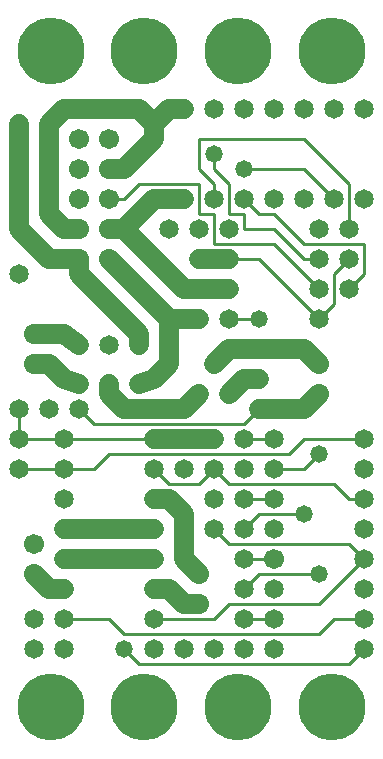
<source format=gbl>
%MOIN*%
%FSLAX25Y25*%
G04 D10 used for Character Trace; *
G04     Circle (OD=.01000) (No hole)*
G04 D11 used for Power Trace; *
G04     Circle (OD=.06500) (No hole)*
G04 D12 used for Signal Trace; *
G04     Circle (OD=.01100) (No hole)*
G04 D13 used for Via; *
G04     Circle (OD=.05800) (Round. Hole ID=.02800)*
G04 D14 used for Component hole; *
G04     Circle (OD=.06500) (Round. Hole ID=.03500)*
G04 D15 used for Component hole; *
G04     Circle (OD=.06700) (Round. Hole ID=.04300)*
G04 D16 used for Component hole; *
G04     Circle (OD=.08100) (Round. Hole ID=.05100)*
G04 D17 used for Component hole; *
G04     Circle (OD=.08900) (Round. Hole ID=.05900)*
G04 D18 used for Component hole; *
G04     Circle (OD=.11300) (Round. Hole ID=.08300)*
G04 D19 used for Component hole; *
G04     Circle (OD=.16000) (Round. Hole ID=.13000)*
G04 D20 used for Component hole; *
G04     Circle (OD=.18300) (Round. Hole ID=.15300)*
G04 D21 used for Component hole; *
G04     Circle (OD=.22291) (Round. Hole ID=.19291)*
%ADD10C,.01000*%
%ADD11C,.06500*%
%ADD12C,.01100*%
%ADD13C,.05800*%
%ADD14C,.06500*%
%ADD15C,.06700*%
%ADD16C,.08100*%
%ADD17C,.08900*%
%ADD18C,.11300*%
%ADD19C,.16000*%
%ADD20C,.18300*%
%ADD21C,.22291*%
%IPPOS*%
%LPD*%
G90*X0Y0D02*D21*X15625Y15625D03*D14*              
X20000Y35000D03*X10000D03*D12*X40000Y40000D02*    
X105000D01*X110000Y45000D01*X120000D01*D14*D03*   
Y55000D03*Y35000D03*D12*X115000Y30000D01*         
X45000D01*X40000Y35000D01*D13*D03*D12*Y40000D02*  
X35000Y45000D01*X20000D01*D14*D03*Y55000D03*D11*  
X15000D01*X10000Y60000D01*D15*D03*D12*            
X15000Y55000D01*D14*X20000Y65000D03*D11*X50000D01*
D14*D03*D13*X40000Y75000D03*D11*X20000D01*D14*D03*
Y85000D03*D15*X10000Y70000D03*D12*X20000Y95000D02*
X30000D01*D14*X20000D03*D12*X5000D01*D14*D03*     
Y105000D03*D12*X20000D01*D14*D03*D12*X50000D01*   
D14*D03*D11*X60000D01*D14*D03*D11*X70000D01*D14*  
D03*X80000Y95000D03*D11*X40000Y115000D02*         
X60000D01*X40000D02*X35000Y120000D01*Y123500D01*  
D14*D03*X45000Y136500D03*D11*Y140000D01*          
X25000Y160000D01*Y165000D01*D15*D03*D11*X15000D01*
X5000Y175000D01*Y210000D01*D13*D03*D11*           
X15000Y180000D02*Y210000D01*X20000Y175000D02*     
X15000Y180000D01*X20000Y175000D02*X25000D01*D15*  
D03*X35000Y165000D03*D11*X55000Y145000D01*        
Y130000D01*X50000Y125000D01*X45000Y123500D01*D14* 
D03*X35000Y136500D03*D12*X30000Y110000D02*        
X80000D01*X85000Y115000D01*D14*D03*D11*X100000D01*
X105000Y120000D01*D15*D03*Y130000D03*D11*         
X100000Y135000D01*X85000D01*D14*D03*D11*X75000D01*
X70000Y130000D01*D14*D03*D11*X75000Y120000D02*    
X80000Y125000D01*D14*X75000Y120000D03*D11*        
X80000Y125000D02*X85000D01*D14*D03*               
X105000Y145000D03*D12*X110000Y150000D01*          
Y160000D01*X115000Y165000D01*D14*D03*D12*         
Y155000D02*X120000Y160000D01*D14*                 
X115000Y155000D03*D12*X120000Y160000D02*          
Y170000D01*X100000D01*X90000Y180000D01*X85000D01* 
X80000Y185000D01*D14*D03*D12*X75000Y180000D02*    
Y190000D01*Y180000D02*X80000D01*Y175000D01*       
X90000D01*X100000Y165000D01*X105000D01*D14*D03*   
X115000Y175000D03*D12*Y190000D01*                 
X100000Y205000D01*X65000D01*Y195000D01*           
X70000Y190000D01*Y185000D01*D14*D03*D12*          
X75000Y190000D02*X70000Y195000D01*Y200000D01*D13* 
D03*X80000Y195000D03*D12*X100000D01*              
X110000Y185000D01*D14*D03*X105000Y175000D03*      
X120000Y185000D03*X100000D03*X90000D03*D12*       
X105000Y155000D02*X90000Y170000D01*D14*           
X105000Y155000D03*D12*Y145000D02*X85000Y165000D01*
X75000D01*D14*D03*D11*X65000D01*D14*D03*D12*      
X70000Y170000D02*X90000D01*D14*X75000Y155000D03*  
D11*X65000D01*D14*D03*D11*X60000D01*              
X40000Y175000D01*X35000D01*D15*D03*D11*X40000D02* 
X50000Y185000D01*X60000D01*D14*D03*D12*           
X65000Y180000D02*X70000D01*Y170000D01*D14*        
X75000Y175000D03*X65000D03*D12*Y180000D02*        
Y190000D01*X45000D01*X40000Y185000D01*X35000D01*  
D15*D03*X25000Y195000D03*D11*X35000D02*X40000D01* 
D15*X35000D03*D11*X40000D02*X50000Y205000D01*     
Y210000D01*X55000Y215000D01*X60000D01*D14*D03*    
X70000D03*D11*X50000Y210000D02*X45000Y215000D01*  
X20000D01*X15000Y210000D01*D15*X25000Y205000D03*  
X35000D03*D21*X15625Y234375D03*D15*               
X25000Y185000D03*D21*X46875Y234375D03*D14*        
X55000Y175000D03*X5000Y160000D03*X80000Y215000D03*
D21*X78125Y234375D03*D11*X55000Y145000D02*        
X65000D01*D14*D03*X75000D03*D12*X85000D01*D13*D03*
D14*X65000Y120000D03*D11*X60000Y115000D01*D14*    
X80000Y105000D03*D12*X90000D01*D14*D03*D12*       
X35000Y100000D02*X95000D01*X30000Y95000D02*       
X35000Y100000D01*X30000Y110000D02*                
X25000Y115000D01*D14*D03*Y123500D03*D11*          
X20000Y125000D01*X15000Y130000D01*X10000D01*D15*  
D03*D11*X25000Y136500D02*X20000Y140000D01*D14*    
X25000Y136500D03*D11*X10000Y140000D02*X20000D01*  
D15*X10000D03*D14*X5000Y115000D03*D12*Y105000D01* 
D14*X15000Y115000D03*D11*X40000Y75000D02*         
X50000D01*D14*D03*D11*X65000Y60000D02*            
X60000Y65000D01*D15*X65000Y60000D03*D11*          
X60000Y65000D02*Y80000D01*X55000Y85000D01*        
X50000D01*D14*D03*D12*X55000Y90000D02*X65000D01*  
X70000Y95000D01*D14*D03*D12*X75000Y90000D01*      
X110000D01*X115000Y85000D01*X120000D01*D14*D03*   
Y95000D03*Y75000D03*D13*X105000Y100000D03*D12*    
X100000Y95000D01*X90000D01*D14*D03*D12*           
X95000Y100000D02*X100000Y105000D01*X120000D01*D14*
D03*D13*X100000Y80000D03*D12*X85000D01*           
X80000Y75000D01*D14*D03*D12*X75000Y70000D02*      
X115000D01*X120000Y65000D01*D14*D03*D12*          
X105000Y50000D01*X75000D01*X70000Y45000D01*       
X50000D01*D14*D03*X60000Y35000D03*D11*Y50000D02*  
X55000Y55000D01*X60000Y50000D02*X65000D01*D15*D03*
D11*X50000Y55000D02*X55000D01*D14*X50000D03*      
X70000Y35000D03*Y75000D03*D12*X75000Y70000D01*D14*
X80000Y65000D03*D12*X90000D01*D15*D03*D12*        
X80000Y55000D02*X85000Y60000D01*D14*              
X80000Y55000D03*D12*X85000Y60000D02*X105000D01*   
D13*D03*D14*X90000Y75000D03*Y45000D03*D12*        
X80000D01*D14*D03*X90000Y35000D03*Y55000D03*      
X80000Y35000D03*D21*X109375Y15625D03*X78125D03*   
D14*X50000Y35000D03*D21*X46875Y15625D03*D14*      
X90000Y85000D03*D12*X80000D01*D14*D03*X70000D03*  
X60000Y95000D03*D12*X55000Y90000D02*              
X50000Y95000D01*D14*D03*X10000Y45000D03*          
X120000Y215000D03*X110000D03*X100000D03*X90000D03*
D21*X109375Y234375D03*M02*                        

</source>
